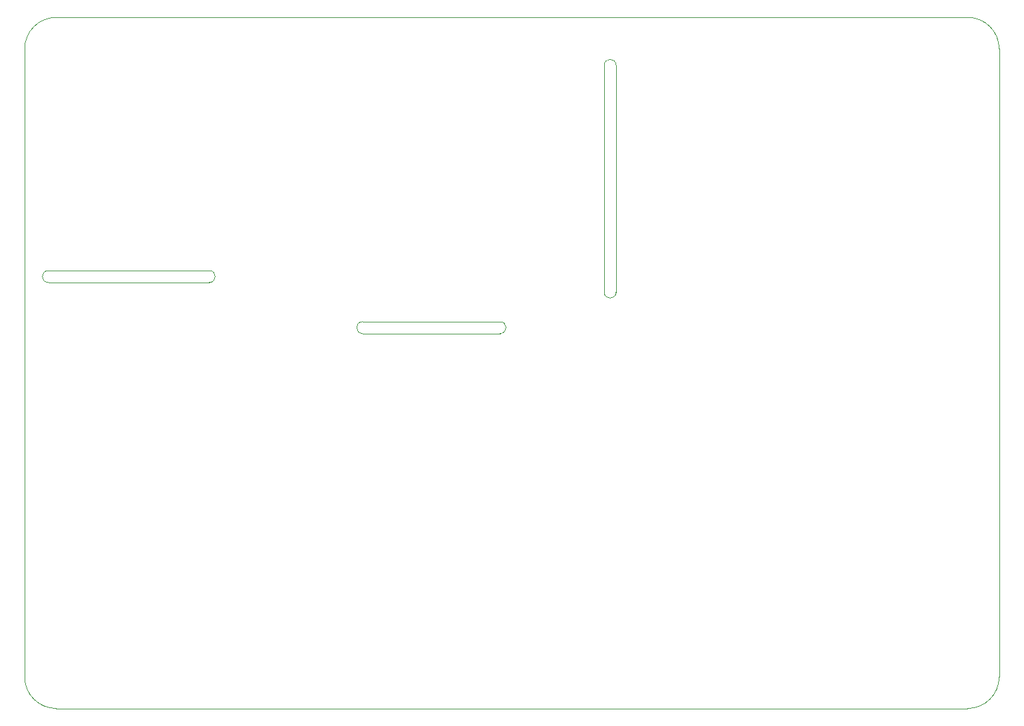
<source format=gbr>
G04 #@! TF.GenerationSoftware,KiCad,Pcbnew,5.1.9-73d0e3b20d~88~ubuntu20.04.1*
G04 #@! TF.CreationDate,2021-10-11T01:44:19+05:30*
G04 #@! TF.ProjectId,vayuO2,76617975-4f32-42e6-9b69-6361645f7063,rev 1*
G04 #@! TF.SameCoordinates,Original*
G04 #@! TF.FileFunction,Profile,NP*
%FSLAX46Y46*%
G04 Gerber Fmt 4.6, Leading zero omitted, Abs format (unit mm)*
G04 Created by KiCad (PCBNEW 5.1.9-73d0e3b20d~88~ubuntu20.04.1) date 2021-10-11 01:44:19*
%MOMM*%
%LPD*%
G01*
G04 APERTURE LIST*
G04 #@! TA.AperFunction,Profile*
%ADD10C,0.076200*%
G04 #@! TD*
G04 APERTURE END LIST*
D10*
X123750000Y-85000001D02*
X123750000Y-56100000D01*
X125250002Y-56100000D02*
X125250000Y-84999999D01*
X125250000Y-84999999D02*
G75*
G02*
X123750000Y-85000001I-750000J-1D01*
G01*
X123749996Y-56100000D02*
G75*
G02*
X125250002Y-56100000I750003J0D01*
G01*
X73500000Y-82250000D02*
G75*
G02*
X73500000Y-83750000I0J-750000D01*
G01*
X53000000Y-83750000D02*
G75*
G02*
X53000000Y-82250000I0J750000D01*
G01*
X73500000Y-83750000D02*
X53000000Y-83750000D01*
X53000000Y-82250000D02*
X73500000Y-82250000D01*
X174000000Y-54000000D02*
X174000000Y-134000000D01*
X93000000Y-90250000D02*
X110500000Y-90250000D01*
X110500000Y-88750000D02*
X93000000Y-88750000D01*
X110500000Y-88750000D02*
G75*
G02*
X110500000Y-90250000I0J-750000D01*
G01*
X93000000Y-90250000D02*
G75*
G02*
X93000000Y-88750000I0J750000D01*
G01*
X54000000Y-138000000D02*
X170000000Y-138000000D01*
X54000000Y-138000000D02*
G75*
G02*
X50000000Y-134000000I0J4000000D01*
G01*
X50000000Y-54000000D02*
G75*
G02*
X54000000Y-50000000I4000000J0D01*
G01*
X170000000Y-50000000D02*
G75*
G02*
X174000000Y-54000000I0J-4000000D01*
G01*
X174000000Y-134000000D02*
G75*
G02*
X170000000Y-138000000I-4000000J0D01*
G01*
X50000000Y-54000000D02*
X50000000Y-134000000D01*
X170000000Y-50000000D02*
X54000000Y-50000000D01*
M02*

</source>
